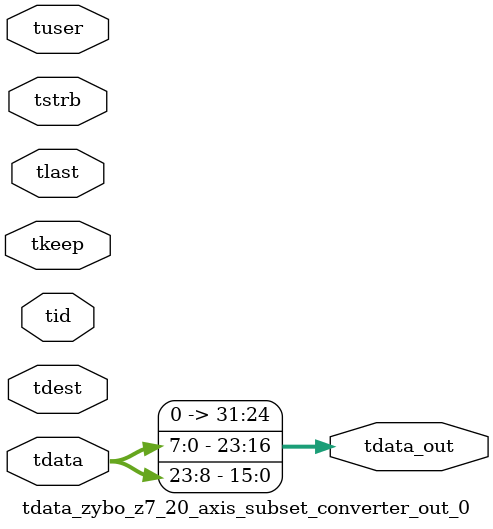
<source format=v>


`timescale 1ps/1ps

module tdata_zybo_z7_20_axis_subset_converter_out_0 #
(
parameter C_S_AXIS_TDATA_WIDTH = 32,
parameter C_S_AXIS_TUSER_WIDTH = 0,
parameter C_S_AXIS_TID_WIDTH   = 0,
parameter C_S_AXIS_TDEST_WIDTH = 0,
parameter C_M_AXIS_TDATA_WIDTH = 32
)
(
input  [(C_S_AXIS_TDATA_WIDTH == 0 ? 1 : C_S_AXIS_TDATA_WIDTH)-1:0     ] tdata,
input  [(C_S_AXIS_TUSER_WIDTH == 0 ? 1 : C_S_AXIS_TUSER_WIDTH)-1:0     ] tuser,
input  [(C_S_AXIS_TID_WIDTH   == 0 ? 1 : C_S_AXIS_TID_WIDTH)-1:0       ] tid,
input  [(C_S_AXIS_TDEST_WIDTH == 0 ? 1 : C_S_AXIS_TDEST_WIDTH)-1:0     ] tdest,
input  [(C_S_AXIS_TDATA_WIDTH/8)-1:0 ] tkeep,
input  [(C_S_AXIS_TDATA_WIDTH/8)-1:0 ] tstrb,
input                                                                    tlast,
output [C_M_AXIS_TDATA_WIDTH-1:0] tdata_out
);

assign tdata_out = {tdata[7:0],tdata[23:16],tdata[15:8]};

endmodule


</source>
